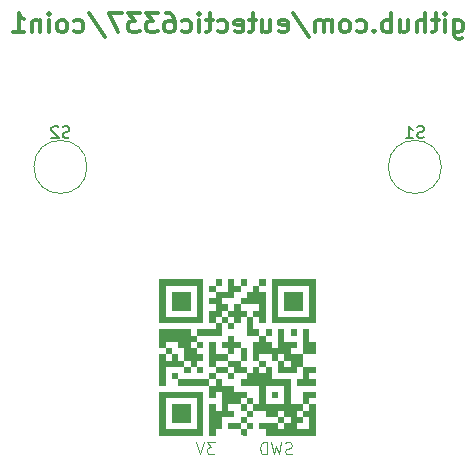
<source format=gbo>
%TF.GenerationSoftware,KiCad,Pcbnew,8.0.8*%
%TF.CreationDate,2025-02-15T12:27:40-06:00*%
%TF.ProjectId,reverse,72657665-7273-4652-9e6b-696361645f70,rev?*%
%TF.SameCoordinates,Original*%
%TF.FileFunction,Legend,Bot*%
%TF.FilePolarity,Positive*%
%FSLAX46Y46*%
G04 Gerber Fmt 4.6, Leading zero omitted, Abs format (unit mm)*
G04 Created by KiCad (PCBNEW 8.0.8) date 2025-02-15 12:27:40*
%MOMM*%
%LPD*%
G01*
G04 APERTURE LIST*
%ADD10C,0.000000*%
%ADD11C,0.100000*%
%ADD12C,0.300000*%
%ADD13C,0.150000*%
%ADD14C,0.120000*%
%ADD15C,2.000000*%
%ADD16R,1.000000X1.000000*%
%ADD17O,1.000000X1.000000*%
%ADD18C,1.600000*%
%ADD19O,1.200000X4.200000*%
G04 APERTURE END LIST*
D10*
G36*
X47604167Y-118516666D02*
G01*
X47075000Y-118516666D01*
X46545833Y-118516666D01*
X46016667Y-118516666D01*
X45487500Y-118516666D01*
X44958334Y-118516666D01*
X44958334Y-117987500D01*
X45487500Y-117987500D01*
X46016667Y-117987500D01*
X46545833Y-117987500D01*
X47075000Y-117987500D01*
X47604167Y-117987500D01*
X47604167Y-118516666D01*
G37*
G36*
X51308333Y-120104166D02*
G01*
X50779166Y-120104166D01*
X50779166Y-119575000D01*
X51308333Y-119575000D01*
X51308333Y-120104166D01*
G37*
G36*
X50779166Y-110050000D02*
G01*
X50250000Y-110050000D01*
X50250000Y-109520834D01*
X50779166Y-109520834D01*
X50779166Y-110050000D01*
G37*
G36*
X44958334Y-117987500D02*
G01*
X44429167Y-117987500D01*
X44429167Y-117458333D01*
X44958334Y-117458333D01*
X44958334Y-117987500D01*
G37*
G36*
X49720833Y-110050000D02*
G01*
X50250000Y-110050000D01*
X50250000Y-110579167D01*
X49720833Y-110579167D01*
X49720833Y-111108334D01*
X49191667Y-111108334D01*
X48662500Y-111108334D01*
X48662500Y-111637500D01*
X49191667Y-111637500D01*
X49191667Y-112166667D01*
X48662500Y-112166667D01*
X48662500Y-112695833D01*
X48133333Y-112695833D01*
X48133333Y-113225000D01*
X47604167Y-113225000D01*
X47604167Y-112695833D01*
X47604167Y-112166667D01*
X48133333Y-112166667D01*
X48133333Y-111637500D01*
X47604167Y-111637500D01*
X47604167Y-111108334D01*
X48133333Y-111108334D01*
X48133333Y-110579167D01*
X48662500Y-110579167D01*
X49191667Y-110579167D01*
X49191667Y-110050000D01*
X49191667Y-109520834D01*
X49720833Y-109520834D01*
X49720833Y-110050000D01*
G37*
G36*
X47075000Y-117458333D02*
G01*
X46545833Y-117458333D01*
X46545833Y-116929166D01*
X47075000Y-116929166D01*
X47075000Y-117458333D01*
G37*
G36*
X49720833Y-113754167D02*
G01*
X49191667Y-113754167D01*
X49191667Y-113225000D01*
X49720833Y-113225000D01*
X49720833Y-113754167D01*
G37*
G36*
X56070833Y-114283333D02*
G01*
X56070833Y-114812500D01*
X56600000Y-114812500D01*
X56600000Y-115341667D01*
X56600000Y-115870833D01*
X56070833Y-115870833D01*
X55541666Y-115870833D01*
X55541666Y-115341667D01*
X55541666Y-114812500D01*
X55541666Y-114283333D01*
X55541666Y-113754167D01*
X56070833Y-113754167D01*
X56070833Y-114283333D01*
G37*
G36*
X49191667Y-117458333D02*
G01*
X48662500Y-117458333D01*
X48133333Y-117458333D01*
X48133333Y-116929166D01*
X48662500Y-116929166D01*
X49191667Y-116929166D01*
X49191667Y-117458333D01*
G37*
G36*
X44429167Y-115870833D02*
G01*
X43900000Y-115870833D01*
X43900000Y-115341667D01*
X44429167Y-115341667D01*
X44429167Y-115870833D01*
G37*
G36*
X47075000Y-110050000D02*
G01*
X47075000Y-110579167D01*
X47075000Y-111108334D01*
X47075000Y-111637500D01*
X47075000Y-112166667D01*
X47075000Y-112695833D01*
X47075000Y-113225000D01*
X46545833Y-113225000D01*
X46016667Y-113225000D01*
X45487500Y-113225000D01*
X44958334Y-113225000D01*
X44429167Y-113225000D01*
X43900000Y-113225000D01*
X43370834Y-113225000D01*
X43370834Y-112695833D01*
X43370834Y-112166667D01*
X43370834Y-111637500D01*
X43370834Y-111108334D01*
X43900000Y-111108334D01*
X43900000Y-111637500D01*
X43900000Y-112166667D01*
X43900000Y-112695833D01*
X44429167Y-112695833D01*
X44958334Y-112695833D01*
X45487500Y-112695833D01*
X46016667Y-112695833D01*
X46545833Y-112695833D01*
X46545833Y-112166667D01*
X46545833Y-111637500D01*
X46545833Y-111108334D01*
X46545833Y-110579167D01*
X46545833Y-110050000D01*
X46016667Y-110050000D01*
X45487500Y-110050000D01*
X44958334Y-110050000D01*
X44429167Y-110050000D01*
X43900000Y-110050000D01*
X43900000Y-110579167D01*
X43900000Y-111108334D01*
X43370834Y-111108334D01*
X43370834Y-110579167D01*
X43370834Y-110050000D01*
X43370834Y-109520834D01*
X43900000Y-109520834D01*
X44429167Y-109520834D01*
X44958334Y-109520834D01*
X45487500Y-109520834D01*
X46016667Y-109520834D01*
X46545833Y-109520834D01*
X47075000Y-109520834D01*
X47075000Y-110050000D01*
G37*
G36*
X49720833Y-114812500D02*
G01*
X50250000Y-114812500D01*
X50250000Y-115341667D01*
X49720833Y-115341667D01*
X49720833Y-115870833D01*
X49191667Y-115870833D01*
X49191667Y-115341667D01*
X48662500Y-115341667D01*
X48662500Y-114812500D01*
X49191667Y-114812500D01*
X49191667Y-114283333D01*
X49720833Y-114283333D01*
X49720833Y-114812500D01*
G37*
G36*
X51837500Y-110579167D02*
G01*
X52366666Y-110579167D01*
X52366666Y-111108334D01*
X52366666Y-111637500D01*
X52366666Y-112166667D01*
X52366666Y-112695833D01*
X52366666Y-113225000D01*
X51837500Y-113225000D01*
X51837500Y-112695833D01*
X51308333Y-112695833D01*
X51308333Y-112166667D01*
X51837500Y-112166667D01*
X51837500Y-111637500D01*
X51308333Y-111637500D01*
X50779166Y-111637500D01*
X50250000Y-111637500D01*
X50250000Y-111108334D01*
X50779166Y-111108334D01*
X50779166Y-110579167D01*
X51308333Y-110579167D01*
X51308333Y-110050000D01*
X51837500Y-110050000D01*
X51837500Y-110579167D01*
G37*
G36*
X46016667Y-114283333D02*
G01*
X46545833Y-114283333D01*
X46545833Y-114812500D01*
X46016667Y-114812500D01*
X46016667Y-115341667D01*
X46545833Y-115341667D01*
X46545833Y-115870833D01*
X47075000Y-115870833D01*
X47075000Y-116400000D01*
X46545833Y-116400000D01*
X46545833Y-116929166D01*
X46016667Y-116929166D01*
X46016667Y-116400000D01*
X45487500Y-116400000D01*
X45487500Y-116929166D01*
X44958334Y-116929166D01*
X44429167Y-116929166D01*
X43900000Y-116929166D01*
X43900000Y-117458333D01*
X43900000Y-117987500D01*
X43900000Y-118516666D01*
X43370834Y-118516666D01*
X43370834Y-117987500D01*
X43370834Y-117458333D01*
X43370834Y-116929166D01*
X43370834Y-116400000D01*
X43370834Y-115870833D01*
X43900000Y-115870833D01*
X43900000Y-116400000D01*
X44429167Y-116400000D01*
X44429167Y-115870833D01*
X44958334Y-115870833D01*
X44958334Y-116400000D01*
X45487500Y-116400000D01*
X45487500Y-115870833D01*
X45487500Y-115341667D01*
X44958334Y-115341667D01*
X44958334Y-114812500D01*
X44429167Y-114812500D01*
X43900000Y-114812500D01*
X43900000Y-115341667D01*
X43370834Y-115341667D01*
X43370834Y-114812500D01*
X43370834Y-114283333D01*
X43370834Y-113754167D01*
X43900000Y-113754167D01*
X44429167Y-113754167D01*
X44958334Y-113754167D01*
X45487500Y-113754167D01*
X46016667Y-113754167D01*
X46016667Y-114283333D01*
G37*
G36*
X50779166Y-115870833D02*
G01*
X50779166Y-116400000D01*
X50250000Y-116400000D01*
X50250000Y-115870833D01*
X50250000Y-115341667D01*
X50779166Y-115341667D01*
X50779166Y-115870833D01*
G37*
G36*
X48662500Y-110050000D02*
G01*
X48133333Y-110050000D01*
X48133333Y-109520834D01*
X48662500Y-109520834D01*
X48662500Y-110050000D01*
G37*
G36*
X56600000Y-110050000D02*
G01*
X56600000Y-110579167D01*
X56600000Y-111108334D01*
X56600000Y-111637500D01*
X56600000Y-112166667D01*
X56600000Y-112695833D01*
X56600000Y-113225000D01*
X56070833Y-113225000D01*
X55541666Y-113225000D01*
X55012500Y-113225000D01*
X54483333Y-113225000D01*
X53954166Y-113225000D01*
X53425000Y-113225000D01*
X52895833Y-113225000D01*
X52895833Y-112695833D01*
X52895833Y-112166667D01*
X52895833Y-111637500D01*
X52895833Y-111108334D01*
X53425000Y-111108334D01*
X53425000Y-111637500D01*
X53425000Y-112166667D01*
X53425000Y-112695833D01*
X53954166Y-112695833D01*
X54483333Y-112695833D01*
X55012500Y-112695833D01*
X55541666Y-112695833D01*
X56070833Y-112695833D01*
X56070833Y-112166667D01*
X56070833Y-111637500D01*
X56070833Y-111108334D01*
X56070833Y-110579167D01*
X56070833Y-110050000D01*
X55541666Y-110050000D01*
X55012500Y-110050000D01*
X54483333Y-110050000D01*
X53954166Y-110050000D01*
X53425000Y-110050000D01*
X53425000Y-110579167D01*
X53425000Y-111108334D01*
X52895833Y-111108334D01*
X52895833Y-110579167D01*
X52895833Y-110050000D01*
X52895833Y-109520834D01*
X53425000Y-109520834D01*
X53954166Y-109520834D01*
X54483333Y-109520834D01*
X55012500Y-109520834D01*
X55541666Y-109520834D01*
X56070833Y-109520834D01*
X56600000Y-109520834D01*
X56600000Y-110050000D01*
G37*
G36*
X48662500Y-118516666D02*
G01*
X49191667Y-118516666D01*
X49720833Y-118516666D01*
X49720833Y-119045833D01*
X50250000Y-119045833D01*
X50779166Y-119045833D01*
X50779166Y-119575000D01*
X50250000Y-119575000D01*
X50250000Y-120104166D01*
X49720833Y-120104166D01*
X49191667Y-120104166D01*
X49191667Y-120633333D01*
X49720833Y-120633333D01*
X49720833Y-121162500D01*
X49191667Y-121162500D01*
X48662500Y-121162500D01*
X48662500Y-121691666D01*
X48662500Y-122220833D01*
X48133333Y-122220833D01*
X48133333Y-122750000D01*
X47604167Y-122750000D01*
X47604167Y-122220833D01*
X47604167Y-121691666D01*
X47604167Y-121162500D01*
X47604167Y-120633333D01*
X47604167Y-120104166D01*
X48133333Y-120104166D01*
X48133333Y-120633333D01*
X48662500Y-120633333D01*
X48662500Y-120104166D01*
X48662500Y-119575000D01*
X48662500Y-119045833D01*
X48133333Y-119045833D01*
X48133333Y-119575000D01*
X47604167Y-119575000D01*
X47604167Y-119045833D01*
X47604167Y-118516666D01*
X48133333Y-118516666D01*
X48133333Y-117987500D01*
X48662500Y-117987500D01*
X48662500Y-118516666D01*
G37*
G36*
X50250000Y-122220833D02*
G01*
X49720833Y-122220833D01*
X49191667Y-122220833D01*
X49191667Y-121691666D01*
X49720833Y-121691666D01*
X50250000Y-121691666D01*
X50250000Y-122220833D01*
G37*
G36*
X50779166Y-121691666D02*
G01*
X50250000Y-121691666D01*
X50250000Y-121162500D01*
X50779166Y-121162500D01*
X50779166Y-121691666D01*
G37*
G36*
X56600000Y-117458333D02*
G01*
X56070833Y-117458333D01*
X56070833Y-117987500D01*
X56600000Y-117987500D01*
X56600000Y-118516666D01*
X56070833Y-118516666D01*
X55541666Y-118516666D01*
X55012500Y-118516666D01*
X55012500Y-117987500D01*
X55541666Y-117987500D01*
X55541666Y-117458333D01*
X55541666Y-116929166D01*
X56070833Y-116929166D01*
X56600000Y-116929166D01*
X56600000Y-117458333D01*
G37*
G36*
X48133333Y-110579167D02*
G01*
X47604167Y-110579167D01*
X47604167Y-110050000D01*
X48133333Y-110050000D01*
X48133333Y-110579167D01*
G37*
G36*
X56600000Y-119575000D02*
G01*
X56070833Y-119575000D01*
X56070833Y-120104166D01*
X55541666Y-120104166D01*
X55541666Y-119575000D01*
X55541666Y-119045833D01*
X56070833Y-119045833D01*
X56600000Y-119045833D01*
X56600000Y-119575000D01*
G37*
G36*
X55541666Y-111108334D02*
G01*
X55541666Y-111637500D01*
X55541666Y-112166667D01*
X55012500Y-112166667D01*
X54483333Y-112166667D01*
X53954166Y-112166667D01*
X53954166Y-111637500D01*
X53954166Y-111108334D01*
X53954166Y-110579167D01*
X54483333Y-110579167D01*
X55012500Y-110579167D01*
X55541666Y-110579167D01*
X55541666Y-111108334D01*
G37*
G36*
X52366666Y-110050000D02*
G01*
X51837500Y-110050000D01*
X51837500Y-109520834D01*
X52366666Y-109520834D01*
X52366666Y-110050000D01*
G37*
G36*
X49191667Y-113225000D02*
G01*
X48662500Y-113225000D01*
X48662500Y-112695833D01*
X49191667Y-112695833D01*
X49191667Y-113225000D01*
G37*
G36*
X55012500Y-114283333D02*
G01*
X54483333Y-114283333D01*
X54483333Y-113754167D01*
X55012500Y-113754167D01*
X55012500Y-114283333D01*
G37*
G36*
X50250000Y-112166667D02*
G01*
X50779166Y-112166667D01*
X50779166Y-112695833D01*
X50250000Y-112695833D01*
X50250000Y-113225000D01*
X49720833Y-113225000D01*
X49720833Y-112695833D01*
X49191667Y-112695833D01*
X49191667Y-112166667D01*
X49720833Y-112166667D01*
X49720833Y-111637500D01*
X50250000Y-111637500D01*
X50250000Y-112166667D01*
G37*
G36*
X46016667Y-120633333D02*
G01*
X46016667Y-121162500D01*
X46016667Y-121691666D01*
X45487500Y-121691666D01*
X44958334Y-121691666D01*
X44429167Y-121691666D01*
X44429167Y-121162500D01*
X44429167Y-120633333D01*
X44429167Y-120104166D01*
X44958334Y-120104166D01*
X45487500Y-120104166D01*
X46016667Y-120104166D01*
X46016667Y-120633333D01*
G37*
G36*
X47075000Y-119575000D02*
G01*
X47075000Y-120104166D01*
X47075000Y-120633333D01*
X47075000Y-121162500D01*
X47075000Y-121691666D01*
X47075000Y-122220833D01*
X47075000Y-122750000D01*
X46545833Y-122750000D01*
X46016667Y-122750000D01*
X45487500Y-122750000D01*
X44958334Y-122750000D01*
X44429167Y-122750000D01*
X43900000Y-122750000D01*
X43370834Y-122750000D01*
X43370834Y-122220833D01*
X43370834Y-121691666D01*
X43370834Y-121162500D01*
X43370834Y-120633333D01*
X43900000Y-120633333D01*
X43900000Y-121162500D01*
X43900000Y-121691666D01*
X43900000Y-122220833D01*
X44429167Y-122220833D01*
X44958334Y-122220833D01*
X45487500Y-122220833D01*
X46016667Y-122220833D01*
X46545833Y-122220833D01*
X46545833Y-121691666D01*
X46545833Y-121162500D01*
X46545833Y-120633333D01*
X46545833Y-120104166D01*
X46545833Y-119575000D01*
X46016667Y-119575000D01*
X45487500Y-119575000D01*
X44958334Y-119575000D01*
X44429167Y-119575000D01*
X43900000Y-119575000D01*
X43900000Y-120104166D01*
X43900000Y-120633333D01*
X43370834Y-120633333D01*
X43370834Y-120104166D01*
X43370834Y-119575000D01*
X43370834Y-119045833D01*
X43900000Y-119045833D01*
X44429167Y-119045833D01*
X44958334Y-119045833D01*
X45487500Y-119045833D01*
X46016667Y-119045833D01*
X46545833Y-119045833D01*
X47075000Y-119045833D01*
X47075000Y-119575000D01*
G37*
G36*
X50779166Y-120633333D02*
G01*
X50250000Y-120633333D01*
X50250000Y-120104166D01*
X50779166Y-120104166D01*
X50779166Y-120633333D01*
G37*
G36*
X51308333Y-122220833D02*
G01*
X50779166Y-122220833D01*
X50779166Y-121691666D01*
X51308333Y-121691666D01*
X51308333Y-122220833D01*
G37*
G36*
X53425000Y-119575000D02*
G01*
X52895833Y-119575000D01*
X52895833Y-119045833D01*
X53425000Y-119045833D01*
X53425000Y-119575000D01*
G37*
G36*
X46016667Y-117458333D02*
G01*
X45487500Y-117458333D01*
X45487500Y-116929166D01*
X46016667Y-116929166D01*
X46016667Y-117458333D01*
G37*
G36*
X51837500Y-117458333D02*
G01*
X52366666Y-117458333D01*
X52366666Y-116929166D01*
X52895833Y-116929166D01*
X52895833Y-117458333D01*
X52895833Y-117987500D01*
X53425000Y-117987500D01*
X53954166Y-117987500D01*
X54483333Y-117987500D01*
X54483333Y-118516666D01*
X54483333Y-119045833D01*
X54483333Y-119575000D01*
X54483333Y-120104166D01*
X55012500Y-120104166D01*
X55541666Y-120104166D01*
X55541666Y-120633333D01*
X56070833Y-120633333D01*
X56070833Y-120104166D01*
X56600000Y-120104166D01*
X56600000Y-120633333D01*
X56600000Y-121162500D01*
X56600000Y-121691666D01*
X56600000Y-122220833D01*
X56600000Y-122750000D01*
X56070833Y-122750000D01*
X55541666Y-122750000D01*
X55012500Y-122750000D01*
X54483333Y-122750000D01*
X53954166Y-122750000D01*
X53425000Y-122750000D01*
X52895833Y-122750000D01*
X52366666Y-122750000D01*
X52366666Y-122220833D01*
X51837500Y-122220833D01*
X51837500Y-121691666D01*
X52366666Y-121691666D01*
X52895833Y-121691666D01*
X53425000Y-121691666D01*
X53425000Y-122220833D01*
X53954166Y-122220833D01*
X55012500Y-122220833D01*
X55541666Y-122220833D01*
X56070833Y-122220833D01*
X56070833Y-121691666D01*
X56070833Y-121162500D01*
X55541666Y-121162500D01*
X55541666Y-121691666D01*
X55012500Y-121691666D01*
X55012500Y-122220833D01*
X53954166Y-122220833D01*
X53954166Y-121691666D01*
X54483333Y-121691666D01*
X54483333Y-121162500D01*
X53954166Y-121162500D01*
X53954166Y-120633333D01*
X55012500Y-120633333D01*
X55012500Y-121162500D01*
X55541666Y-121162500D01*
X55541666Y-120633333D01*
X55012500Y-120633333D01*
X53954166Y-120633333D01*
X53425000Y-120633333D01*
X53425000Y-121162500D01*
X52895833Y-121162500D01*
X52366666Y-121162500D01*
X52366666Y-120633333D01*
X51837500Y-120633333D01*
X51308333Y-120633333D01*
X51308333Y-120104166D01*
X51837500Y-120104166D01*
X51837500Y-119575000D01*
X52366666Y-119575000D01*
X52366666Y-120104166D01*
X52895833Y-120104166D01*
X53425000Y-120104166D01*
X53954166Y-120104166D01*
X53954166Y-119575000D01*
X53954166Y-119045833D01*
X53954166Y-118516666D01*
X53425000Y-118516666D01*
X52895833Y-118516666D01*
X52366666Y-118516666D01*
X52366666Y-119045833D01*
X52366666Y-119575000D01*
X51837500Y-119575000D01*
X51837500Y-119045833D01*
X51837500Y-118516666D01*
X51308333Y-118516666D01*
X50779166Y-118516666D01*
X50250000Y-118516666D01*
X50250000Y-117987500D01*
X50779166Y-117987500D01*
X50779166Y-117458333D01*
X51308333Y-117458333D01*
X51308333Y-116929166D01*
X51837500Y-116929166D01*
X51837500Y-117458333D01*
G37*
G36*
X48133333Y-117987500D02*
G01*
X47604167Y-117987500D01*
X47604167Y-117458333D01*
X48133333Y-117458333D01*
X48133333Y-117987500D01*
G37*
G36*
X48662500Y-113754167D02*
G01*
X48662500Y-114283333D01*
X48133333Y-114283333D01*
X47604167Y-114283333D01*
X47075000Y-114283333D01*
X46545833Y-114283333D01*
X46545833Y-113754167D01*
X47075000Y-113754167D01*
X47604167Y-113754167D01*
X48133333Y-113754167D01*
X48133333Y-113225000D01*
X48662500Y-113225000D01*
X48662500Y-113754167D01*
G37*
G36*
X51308333Y-113225000D02*
G01*
X51308333Y-113754167D01*
X51837500Y-113754167D01*
X51837500Y-114283333D01*
X51308333Y-114283333D01*
X50779166Y-114283333D01*
X50779166Y-113754167D01*
X50779166Y-113225000D01*
X50779166Y-112695833D01*
X51308333Y-112695833D01*
X51308333Y-113225000D01*
G37*
G36*
X50779166Y-122750000D02*
G01*
X50250000Y-122750000D01*
X50250000Y-122220833D01*
X50779166Y-122220833D01*
X50779166Y-122750000D01*
G37*
G36*
X52895833Y-114283333D02*
G01*
X52366666Y-114283333D01*
X52366666Y-113754167D01*
X52895833Y-113754167D01*
X52895833Y-114283333D01*
G37*
G36*
X48133333Y-115341667D02*
G01*
X48133333Y-115870833D01*
X48662500Y-115870833D01*
X49191667Y-115870833D01*
X49191667Y-116400000D01*
X48662500Y-116400000D01*
X48133333Y-116400000D01*
X48133333Y-116929166D01*
X47604167Y-116929166D01*
X47604167Y-116400000D01*
X47604167Y-115870833D01*
X47604167Y-115341667D01*
X47604167Y-114812500D01*
X48133333Y-114812500D01*
X48133333Y-115341667D01*
G37*
G36*
X50250000Y-116929166D02*
G01*
X50779166Y-116929166D01*
X50779166Y-117458333D01*
X50250000Y-117458333D01*
X49720833Y-117458333D01*
X49720833Y-116929166D01*
X49191667Y-116929166D01*
X49191667Y-116400000D01*
X49720833Y-116400000D01*
X50250000Y-116400000D01*
X50250000Y-116929166D01*
G37*
G36*
X47075000Y-115341667D02*
G01*
X46545833Y-115341667D01*
X46545833Y-114812500D01*
X47075000Y-114812500D01*
X47075000Y-115341667D01*
G37*
G36*
X52366666Y-116929166D02*
G01*
X51837500Y-116929166D01*
X51837500Y-116400000D01*
X52366666Y-116400000D01*
X52366666Y-116929166D01*
G37*
G36*
X49720833Y-117987500D02*
G01*
X49191667Y-117987500D01*
X49191667Y-117458333D01*
X49720833Y-117458333D01*
X49720833Y-117987500D01*
G37*
G36*
X53954166Y-121691666D02*
G01*
X53425000Y-121691666D01*
X53425000Y-121162500D01*
X53954166Y-121162500D01*
X53954166Y-121691666D01*
G37*
G36*
X53954166Y-114283333D02*
G01*
X53954166Y-114812500D01*
X54483333Y-114812500D01*
X55012500Y-114812500D01*
X55012500Y-115341667D01*
X54483333Y-115341667D01*
X54483333Y-115870833D01*
X55012500Y-115870833D01*
X55541666Y-115870833D01*
X55541666Y-116400000D01*
X55541666Y-116929166D01*
X55012500Y-116929166D01*
X55012500Y-117458333D01*
X54483333Y-117458333D01*
X53954166Y-117458333D01*
X53425000Y-117458333D01*
X53425000Y-116929166D01*
X53425000Y-116400000D01*
X53954166Y-116400000D01*
X53954166Y-116929166D01*
X54483333Y-116929166D01*
X54483333Y-116400000D01*
X53954166Y-116400000D01*
X53954166Y-115870833D01*
X53425000Y-115870833D01*
X53425000Y-116400000D01*
X52895833Y-116400000D01*
X52895833Y-115870833D01*
X52366666Y-115870833D01*
X51837500Y-115870833D01*
X51837500Y-116400000D01*
X51308333Y-116400000D01*
X51308333Y-115870833D01*
X51308333Y-115341667D01*
X51308333Y-114812500D01*
X51837500Y-114812500D01*
X51837500Y-114283333D01*
X52366666Y-114283333D01*
X52366666Y-114812500D01*
X52895833Y-114812500D01*
X52895833Y-115341667D01*
X53425000Y-115341667D01*
X53425000Y-114812500D01*
X53425000Y-114283333D01*
X53425000Y-113754167D01*
X53954166Y-113754167D01*
X53954166Y-114283333D01*
G37*
G36*
X46016667Y-111108334D02*
G01*
X46016667Y-111637500D01*
X46016667Y-112166667D01*
X45487500Y-112166667D01*
X44958334Y-112166667D01*
X44429167Y-112166667D01*
X44429167Y-111637500D01*
X44429167Y-111108334D01*
X44429167Y-110579167D01*
X44958334Y-110579167D01*
X45487500Y-110579167D01*
X46016667Y-110579167D01*
X46016667Y-111108334D01*
G37*
G36*
X51308333Y-121162500D02*
G01*
X50779166Y-121162500D01*
X50779166Y-120633333D01*
X51308333Y-120633333D01*
X51308333Y-121162500D01*
G37*
D11*
X48051353Y-123332419D02*
X47432306Y-123332419D01*
X47432306Y-123332419D02*
X47765639Y-123713371D01*
X47765639Y-123713371D02*
X47622782Y-123713371D01*
X47622782Y-123713371D02*
X47527544Y-123760990D01*
X47527544Y-123760990D02*
X47479925Y-123808609D01*
X47479925Y-123808609D02*
X47432306Y-123903847D01*
X47432306Y-123903847D02*
X47432306Y-124141942D01*
X47432306Y-124141942D02*
X47479925Y-124237180D01*
X47479925Y-124237180D02*
X47527544Y-124284800D01*
X47527544Y-124284800D02*
X47622782Y-124332419D01*
X47622782Y-124332419D02*
X47908496Y-124332419D01*
X47908496Y-124332419D02*
X48003734Y-124284800D01*
X48003734Y-124284800D02*
X48051353Y-124237180D01*
X47146591Y-123332419D02*
X46813258Y-124332419D01*
X46813258Y-124332419D02*
X46479925Y-123332419D01*
D12*
X68323716Y-87541923D02*
X68323716Y-88837161D01*
X68323716Y-88837161D02*
X68399906Y-88989542D01*
X68399906Y-88989542D02*
X68476097Y-89065733D01*
X68476097Y-89065733D02*
X68628478Y-89141923D01*
X68628478Y-89141923D02*
X68857049Y-89141923D01*
X68857049Y-89141923D02*
X69009430Y-89065733D01*
X68323716Y-88532400D02*
X68476097Y-88608590D01*
X68476097Y-88608590D02*
X68780859Y-88608590D01*
X68780859Y-88608590D02*
X68933240Y-88532400D01*
X68933240Y-88532400D02*
X69009430Y-88456209D01*
X69009430Y-88456209D02*
X69085621Y-88303828D01*
X69085621Y-88303828D02*
X69085621Y-87846685D01*
X69085621Y-87846685D02*
X69009430Y-87694304D01*
X69009430Y-87694304D02*
X68933240Y-87618114D01*
X68933240Y-87618114D02*
X68780859Y-87541923D01*
X68780859Y-87541923D02*
X68476097Y-87541923D01*
X68476097Y-87541923D02*
X68323716Y-87618114D01*
X67561811Y-88608590D02*
X67561811Y-87541923D01*
X67561811Y-87008590D02*
X67638002Y-87084780D01*
X67638002Y-87084780D02*
X67561811Y-87160971D01*
X67561811Y-87160971D02*
X67485621Y-87084780D01*
X67485621Y-87084780D02*
X67561811Y-87008590D01*
X67561811Y-87008590D02*
X67561811Y-87160971D01*
X67028478Y-87541923D02*
X66418954Y-87541923D01*
X66799906Y-87008590D02*
X66799906Y-88380019D01*
X66799906Y-88380019D02*
X66723716Y-88532400D01*
X66723716Y-88532400D02*
X66571335Y-88608590D01*
X66571335Y-88608590D02*
X66418954Y-88608590D01*
X65885620Y-88608590D02*
X65885620Y-87008590D01*
X65199906Y-88608590D02*
X65199906Y-87770495D01*
X65199906Y-87770495D02*
X65276096Y-87618114D01*
X65276096Y-87618114D02*
X65428477Y-87541923D01*
X65428477Y-87541923D02*
X65657049Y-87541923D01*
X65657049Y-87541923D02*
X65809430Y-87618114D01*
X65809430Y-87618114D02*
X65885620Y-87694304D01*
X63752287Y-87541923D02*
X63752287Y-88608590D01*
X64438001Y-87541923D02*
X64438001Y-88380019D01*
X64438001Y-88380019D02*
X64361811Y-88532400D01*
X64361811Y-88532400D02*
X64209430Y-88608590D01*
X64209430Y-88608590D02*
X63980858Y-88608590D01*
X63980858Y-88608590D02*
X63828477Y-88532400D01*
X63828477Y-88532400D02*
X63752287Y-88456209D01*
X62990382Y-88608590D02*
X62990382Y-87008590D01*
X62990382Y-87618114D02*
X62838001Y-87541923D01*
X62838001Y-87541923D02*
X62533239Y-87541923D01*
X62533239Y-87541923D02*
X62380858Y-87618114D01*
X62380858Y-87618114D02*
X62304668Y-87694304D01*
X62304668Y-87694304D02*
X62228477Y-87846685D01*
X62228477Y-87846685D02*
X62228477Y-88303828D01*
X62228477Y-88303828D02*
X62304668Y-88456209D01*
X62304668Y-88456209D02*
X62380858Y-88532400D01*
X62380858Y-88532400D02*
X62533239Y-88608590D01*
X62533239Y-88608590D02*
X62838001Y-88608590D01*
X62838001Y-88608590D02*
X62990382Y-88532400D01*
X61542763Y-88456209D02*
X61466573Y-88532400D01*
X61466573Y-88532400D02*
X61542763Y-88608590D01*
X61542763Y-88608590D02*
X61618954Y-88532400D01*
X61618954Y-88532400D02*
X61542763Y-88456209D01*
X61542763Y-88456209D02*
X61542763Y-88608590D01*
X60095144Y-88532400D02*
X60247525Y-88608590D01*
X60247525Y-88608590D02*
X60552287Y-88608590D01*
X60552287Y-88608590D02*
X60704668Y-88532400D01*
X60704668Y-88532400D02*
X60780858Y-88456209D01*
X60780858Y-88456209D02*
X60857049Y-88303828D01*
X60857049Y-88303828D02*
X60857049Y-87846685D01*
X60857049Y-87846685D02*
X60780858Y-87694304D01*
X60780858Y-87694304D02*
X60704668Y-87618114D01*
X60704668Y-87618114D02*
X60552287Y-87541923D01*
X60552287Y-87541923D02*
X60247525Y-87541923D01*
X60247525Y-87541923D02*
X60095144Y-87618114D01*
X59180858Y-88608590D02*
X59333239Y-88532400D01*
X59333239Y-88532400D02*
X59409429Y-88456209D01*
X59409429Y-88456209D02*
X59485620Y-88303828D01*
X59485620Y-88303828D02*
X59485620Y-87846685D01*
X59485620Y-87846685D02*
X59409429Y-87694304D01*
X59409429Y-87694304D02*
X59333239Y-87618114D01*
X59333239Y-87618114D02*
X59180858Y-87541923D01*
X59180858Y-87541923D02*
X58952286Y-87541923D01*
X58952286Y-87541923D02*
X58799905Y-87618114D01*
X58799905Y-87618114D02*
X58723715Y-87694304D01*
X58723715Y-87694304D02*
X58647524Y-87846685D01*
X58647524Y-87846685D02*
X58647524Y-88303828D01*
X58647524Y-88303828D02*
X58723715Y-88456209D01*
X58723715Y-88456209D02*
X58799905Y-88532400D01*
X58799905Y-88532400D02*
X58952286Y-88608590D01*
X58952286Y-88608590D02*
X59180858Y-88608590D01*
X57961810Y-88608590D02*
X57961810Y-87541923D01*
X57961810Y-87694304D02*
X57885620Y-87618114D01*
X57885620Y-87618114D02*
X57733239Y-87541923D01*
X57733239Y-87541923D02*
X57504667Y-87541923D01*
X57504667Y-87541923D02*
X57352286Y-87618114D01*
X57352286Y-87618114D02*
X57276096Y-87770495D01*
X57276096Y-87770495D02*
X57276096Y-88608590D01*
X57276096Y-87770495D02*
X57199905Y-87618114D01*
X57199905Y-87618114D02*
X57047524Y-87541923D01*
X57047524Y-87541923D02*
X56818953Y-87541923D01*
X56818953Y-87541923D02*
X56666572Y-87618114D01*
X56666572Y-87618114D02*
X56590382Y-87770495D01*
X56590382Y-87770495D02*
X56590382Y-88608590D01*
X54685620Y-86932400D02*
X56057049Y-88989542D01*
X53542763Y-88532400D02*
X53695144Y-88608590D01*
X53695144Y-88608590D02*
X53999906Y-88608590D01*
X53999906Y-88608590D02*
X54152287Y-88532400D01*
X54152287Y-88532400D02*
X54228478Y-88380019D01*
X54228478Y-88380019D02*
X54228478Y-87770495D01*
X54228478Y-87770495D02*
X54152287Y-87618114D01*
X54152287Y-87618114D02*
X53999906Y-87541923D01*
X53999906Y-87541923D02*
X53695144Y-87541923D01*
X53695144Y-87541923D02*
X53542763Y-87618114D01*
X53542763Y-87618114D02*
X53466573Y-87770495D01*
X53466573Y-87770495D02*
X53466573Y-87922876D01*
X53466573Y-87922876D02*
X54228478Y-88075257D01*
X52095144Y-87541923D02*
X52095144Y-88608590D01*
X52780858Y-87541923D02*
X52780858Y-88380019D01*
X52780858Y-88380019D02*
X52704668Y-88532400D01*
X52704668Y-88532400D02*
X52552287Y-88608590D01*
X52552287Y-88608590D02*
X52323715Y-88608590D01*
X52323715Y-88608590D02*
X52171334Y-88532400D01*
X52171334Y-88532400D02*
X52095144Y-88456209D01*
X51561811Y-87541923D02*
X50952287Y-87541923D01*
X51333239Y-87008590D02*
X51333239Y-88380019D01*
X51333239Y-88380019D02*
X51257049Y-88532400D01*
X51257049Y-88532400D02*
X51104668Y-88608590D01*
X51104668Y-88608590D02*
X50952287Y-88608590D01*
X49809429Y-88532400D02*
X49961810Y-88608590D01*
X49961810Y-88608590D02*
X50266572Y-88608590D01*
X50266572Y-88608590D02*
X50418953Y-88532400D01*
X50418953Y-88532400D02*
X50495144Y-88380019D01*
X50495144Y-88380019D02*
X50495144Y-87770495D01*
X50495144Y-87770495D02*
X50418953Y-87618114D01*
X50418953Y-87618114D02*
X50266572Y-87541923D01*
X50266572Y-87541923D02*
X49961810Y-87541923D01*
X49961810Y-87541923D02*
X49809429Y-87618114D01*
X49809429Y-87618114D02*
X49733239Y-87770495D01*
X49733239Y-87770495D02*
X49733239Y-87922876D01*
X49733239Y-87922876D02*
X50495144Y-88075257D01*
X48361810Y-88532400D02*
X48514191Y-88608590D01*
X48514191Y-88608590D02*
X48818953Y-88608590D01*
X48818953Y-88608590D02*
X48971334Y-88532400D01*
X48971334Y-88532400D02*
X49047524Y-88456209D01*
X49047524Y-88456209D02*
X49123715Y-88303828D01*
X49123715Y-88303828D02*
X49123715Y-87846685D01*
X49123715Y-87846685D02*
X49047524Y-87694304D01*
X49047524Y-87694304D02*
X48971334Y-87618114D01*
X48971334Y-87618114D02*
X48818953Y-87541923D01*
X48818953Y-87541923D02*
X48514191Y-87541923D01*
X48514191Y-87541923D02*
X48361810Y-87618114D01*
X47904667Y-87541923D02*
X47295143Y-87541923D01*
X47676095Y-87008590D02*
X47676095Y-88380019D01*
X47676095Y-88380019D02*
X47599905Y-88532400D01*
X47599905Y-88532400D02*
X47447524Y-88608590D01*
X47447524Y-88608590D02*
X47295143Y-88608590D01*
X46761809Y-88608590D02*
X46761809Y-87541923D01*
X46761809Y-87008590D02*
X46838000Y-87084780D01*
X46838000Y-87084780D02*
X46761809Y-87160971D01*
X46761809Y-87160971D02*
X46685619Y-87084780D01*
X46685619Y-87084780D02*
X46761809Y-87008590D01*
X46761809Y-87008590D02*
X46761809Y-87160971D01*
X45314190Y-88532400D02*
X45466571Y-88608590D01*
X45466571Y-88608590D02*
X45771333Y-88608590D01*
X45771333Y-88608590D02*
X45923714Y-88532400D01*
X45923714Y-88532400D02*
X45999904Y-88456209D01*
X45999904Y-88456209D02*
X46076095Y-88303828D01*
X46076095Y-88303828D02*
X46076095Y-87846685D01*
X46076095Y-87846685D02*
X45999904Y-87694304D01*
X45999904Y-87694304D02*
X45923714Y-87618114D01*
X45923714Y-87618114D02*
X45771333Y-87541923D01*
X45771333Y-87541923D02*
X45466571Y-87541923D01*
X45466571Y-87541923D02*
X45314190Y-87618114D01*
X43942761Y-87008590D02*
X44247523Y-87008590D01*
X44247523Y-87008590D02*
X44399904Y-87084780D01*
X44399904Y-87084780D02*
X44476094Y-87160971D01*
X44476094Y-87160971D02*
X44628475Y-87389542D01*
X44628475Y-87389542D02*
X44704666Y-87694304D01*
X44704666Y-87694304D02*
X44704666Y-88303828D01*
X44704666Y-88303828D02*
X44628475Y-88456209D01*
X44628475Y-88456209D02*
X44552285Y-88532400D01*
X44552285Y-88532400D02*
X44399904Y-88608590D01*
X44399904Y-88608590D02*
X44095142Y-88608590D01*
X44095142Y-88608590D02*
X43942761Y-88532400D01*
X43942761Y-88532400D02*
X43866570Y-88456209D01*
X43866570Y-88456209D02*
X43790380Y-88303828D01*
X43790380Y-88303828D02*
X43790380Y-87922876D01*
X43790380Y-87922876D02*
X43866570Y-87770495D01*
X43866570Y-87770495D02*
X43942761Y-87694304D01*
X43942761Y-87694304D02*
X44095142Y-87618114D01*
X44095142Y-87618114D02*
X44399904Y-87618114D01*
X44399904Y-87618114D02*
X44552285Y-87694304D01*
X44552285Y-87694304D02*
X44628475Y-87770495D01*
X44628475Y-87770495D02*
X44704666Y-87922876D01*
X43257046Y-87008590D02*
X42266570Y-87008590D01*
X42266570Y-87008590D02*
X42799903Y-87618114D01*
X42799903Y-87618114D02*
X42571332Y-87618114D01*
X42571332Y-87618114D02*
X42418951Y-87694304D01*
X42418951Y-87694304D02*
X42342760Y-87770495D01*
X42342760Y-87770495D02*
X42266570Y-87922876D01*
X42266570Y-87922876D02*
X42266570Y-88303828D01*
X42266570Y-88303828D02*
X42342760Y-88456209D01*
X42342760Y-88456209D02*
X42418951Y-88532400D01*
X42418951Y-88532400D02*
X42571332Y-88608590D01*
X42571332Y-88608590D02*
X43028475Y-88608590D01*
X43028475Y-88608590D02*
X43180856Y-88532400D01*
X43180856Y-88532400D02*
X43257046Y-88456209D01*
X41733236Y-87008590D02*
X40742760Y-87008590D01*
X40742760Y-87008590D02*
X41276093Y-87618114D01*
X41276093Y-87618114D02*
X41047522Y-87618114D01*
X41047522Y-87618114D02*
X40895141Y-87694304D01*
X40895141Y-87694304D02*
X40818950Y-87770495D01*
X40818950Y-87770495D02*
X40742760Y-87922876D01*
X40742760Y-87922876D02*
X40742760Y-88303828D01*
X40742760Y-88303828D02*
X40818950Y-88456209D01*
X40818950Y-88456209D02*
X40895141Y-88532400D01*
X40895141Y-88532400D02*
X41047522Y-88608590D01*
X41047522Y-88608590D02*
X41504665Y-88608590D01*
X41504665Y-88608590D02*
X41657046Y-88532400D01*
X41657046Y-88532400D02*
X41733236Y-88456209D01*
X40209426Y-87008590D02*
X39142759Y-87008590D01*
X39142759Y-87008590D02*
X39828474Y-88608590D01*
X37390378Y-86932400D02*
X38761807Y-88989542D01*
X36171331Y-88532400D02*
X36323712Y-88608590D01*
X36323712Y-88608590D02*
X36628474Y-88608590D01*
X36628474Y-88608590D02*
X36780855Y-88532400D01*
X36780855Y-88532400D02*
X36857045Y-88456209D01*
X36857045Y-88456209D02*
X36933236Y-88303828D01*
X36933236Y-88303828D02*
X36933236Y-87846685D01*
X36933236Y-87846685D02*
X36857045Y-87694304D01*
X36857045Y-87694304D02*
X36780855Y-87618114D01*
X36780855Y-87618114D02*
X36628474Y-87541923D01*
X36628474Y-87541923D02*
X36323712Y-87541923D01*
X36323712Y-87541923D02*
X36171331Y-87618114D01*
X35257045Y-88608590D02*
X35409426Y-88532400D01*
X35409426Y-88532400D02*
X35485616Y-88456209D01*
X35485616Y-88456209D02*
X35561807Y-88303828D01*
X35561807Y-88303828D02*
X35561807Y-87846685D01*
X35561807Y-87846685D02*
X35485616Y-87694304D01*
X35485616Y-87694304D02*
X35409426Y-87618114D01*
X35409426Y-87618114D02*
X35257045Y-87541923D01*
X35257045Y-87541923D02*
X35028473Y-87541923D01*
X35028473Y-87541923D02*
X34876092Y-87618114D01*
X34876092Y-87618114D02*
X34799902Y-87694304D01*
X34799902Y-87694304D02*
X34723711Y-87846685D01*
X34723711Y-87846685D02*
X34723711Y-88303828D01*
X34723711Y-88303828D02*
X34799902Y-88456209D01*
X34799902Y-88456209D02*
X34876092Y-88532400D01*
X34876092Y-88532400D02*
X35028473Y-88608590D01*
X35028473Y-88608590D02*
X35257045Y-88608590D01*
X34037997Y-88608590D02*
X34037997Y-87541923D01*
X34037997Y-87008590D02*
X34114188Y-87084780D01*
X34114188Y-87084780D02*
X34037997Y-87160971D01*
X34037997Y-87160971D02*
X33961807Y-87084780D01*
X33961807Y-87084780D02*
X34037997Y-87008590D01*
X34037997Y-87008590D02*
X34037997Y-87160971D01*
X33276092Y-87541923D02*
X33276092Y-88608590D01*
X33276092Y-87694304D02*
X33199902Y-87618114D01*
X33199902Y-87618114D02*
X33047521Y-87541923D01*
X33047521Y-87541923D02*
X32818949Y-87541923D01*
X32818949Y-87541923D02*
X32666568Y-87618114D01*
X32666568Y-87618114D02*
X32590378Y-87770495D01*
X32590378Y-87770495D02*
X32590378Y-88608590D01*
X30990378Y-88608590D02*
X31904664Y-88608590D01*
X31447521Y-88608590D02*
X31447521Y-87008590D01*
X31447521Y-87008590D02*
X31599902Y-87237161D01*
X31599902Y-87237161D02*
X31752283Y-87389542D01*
X31752283Y-87389542D02*
X31904664Y-87465733D01*
D11*
X54607734Y-124284800D02*
X54464877Y-124332419D01*
X54464877Y-124332419D02*
X54226782Y-124332419D01*
X54226782Y-124332419D02*
X54131544Y-124284800D01*
X54131544Y-124284800D02*
X54083925Y-124237180D01*
X54083925Y-124237180D02*
X54036306Y-124141942D01*
X54036306Y-124141942D02*
X54036306Y-124046704D01*
X54036306Y-124046704D02*
X54083925Y-123951466D01*
X54083925Y-123951466D02*
X54131544Y-123903847D01*
X54131544Y-123903847D02*
X54226782Y-123856228D01*
X54226782Y-123856228D02*
X54417258Y-123808609D01*
X54417258Y-123808609D02*
X54512496Y-123760990D01*
X54512496Y-123760990D02*
X54560115Y-123713371D01*
X54560115Y-123713371D02*
X54607734Y-123618133D01*
X54607734Y-123618133D02*
X54607734Y-123522895D01*
X54607734Y-123522895D02*
X54560115Y-123427657D01*
X54560115Y-123427657D02*
X54512496Y-123380038D01*
X54512496Y-123380038D02*
X54417258Y-123332419D01*
X54417258Y-123332419D02*
X54179163Y-123332419D01*
X54179163Y-123332419D02*
X54036306Y-123380038D01*
X53702972Y-123332419D02*
X53464877Y-124332419D01*
X53464877Y-124332419D02*
X53274401Y-123618133D01*
X53274401Y-123618133D02*
X53083925Y-124332419D01*
X53083925Y-124332419D02*
X52845830Y-123332419D01*
X52464877Y-124332419D02*
X52464877Y-123332419D01*
X52464877Y-123332419D02*
X52226782Y-123332419D01*
X52226782Y-123332419D02*
X52083925Y-123380038D01*
X52083925Y-123380038D02*
X51988687Y-123475276D01*
X51988687Y-123475276D02*
X51941068Y-123570514D01*
X51941068Y-123570514D02*
X51893449Y-123760990D01*
X51893449Y-123760990D02*
X51893449Y-123903847D01*
X51893449Y-123903847D02*
X51941068Y-124094323D01*
X51941068Y-124094323D02*
X51988687Y-124189561D01*
X51988687Y-124189561D02*
X52083925Y-124284800D01*
X52083925Y-124284800D02*
X52226782Y-124332419D01*
X52226782Y-124332419D02*
X52464877Y-124332419D01*
D13*
X65761904Y-97509200D02*
X65619047Y-97556819D01*
X65619047Y-97556819D02*
X65380952Y-97556819D01*
X65380952Y-97556819D02*
X65285714Y-97509200D01*
X65285714Y-97509200D02*
X65238095Y-97461580D01*
X65238095Y-97461580D02*
X65190476Y-97366342D01*
X65190476Y-97366342D02*
X65190476Y-97271104D01*
X65190476Y-97271104D02*
X65238095Y-97175866D01*
X65238095Y-97175866D02*
X65285714Y-97128247D01*
X65285714Y-97128247D02*
X65380952Y-97080628D01*
X65380952Y-97080628D02*
X65571428Y-97033009D01*
X65571428Y-97033009D02*
X65666666Y-96985390D01*
X65666666Y-96985390D02*
X65714285Y-96937771D01*
X65714285Y-96937771D02*
X65761904Y-96842533D01*
X65761904Y-96842533D02*
X65761904Y-96747295D01*
X65761904Y-96747295D02*
X65714285Y-96652057D01*
X65714285Y-96652057D02*
X65666666Y-96604438D01*
X65666666Y-96604438D02*
X65571428Y-96556819D01*
X65571428Y-96556819D02*
X65333333Y-96556819D01*
X65333333Y-96556819D02*
X65190476Y-96604438D01*
X64238095Y-97556819D02*
X64809523Y-97556819D01*
X64523809Y-97556819D02*
X64523809Y-96556819D01*
X64523809Y-96556819D02*
X64619047Y-96699676D01*
X64619047Y-96699676D02*
X64714285Y-96794914D01*
X64714285Y-96794914D02*
X64809523Y-96842533D01*
X35761904Y-97509200D02*
X35619047Y-97556819D01*
X35619047Y-97556819D02*
X35380952Y-97556819D01*
X35380952Y-97556819D02*
X35285714Y-97509200D01*
X35285714Y-97509200D02*
X35238095Y-97461580D01*
X35238095Y-97461580D02*
X35190476Y-97366342D01*
X35190476Y-97366342D02*
X35190476Y-97271104D01*
X35190476Y-97271104D02*
X35238095Y-97175866D01*
X35238095Y-97175866D02*
X35285714Y-97128247D01*
X35285714Y-97128247D02*
X35380952Y-97080628D01*
X35380952Y-97080628D02*
X35571428Y-97033009D01*
X35571428Y-97033009D02*
X35666666Y-96985390D01*
X35666666Y-96985390D02*
X35714285Y-96937771D01*
X35714285Y-96937771D02*
X35761904Y-96842533D01*
X35761904Y-96842533D02*
X35761904Y-96747295D01*
X35761904Y-96747295D02*
X35714285Y-96652057D01*
X35714285Y-96652057D02*
X35666666Y-96604438D01*
X35666666Y-96604438D02*
X35571428Y-96556819D01*
X35571428Y-96556819D02*
X35333333Y-96556819D01*
X35333333Y-96556819D02*
X35190476Y-96604438D01*
X34809523Y-96652057D02*
X34761904Y-96604438D01*
X34761904Y-96604438D02*
X34666666Y-96556819D01*
X34666666Y-96556819D02*
X34428571Y-96556819D01*
X34428571Y-96556819D02*
X34333333Y-96604438D01*
X34333333Y-96604438D02*
X34285714Y-96652057D01*
X34285714Y-96652057D02*
X34238095Y-96747295D01*
X34238095Y-96747295D02*
X34238095Y-96842533D01*
X34238095Y-96842533D02*
X34285714Y-96985390D01*
X34285714Y-96985390D02*
X34857142Y-97556819D01*
X34857142Y-97556819D02*
X34238095Y-97556819D01*
D14*
%TO.C,S1*%
X67250000Y-100000000D02*
G75*
G02*
X62750000Y-100000000I-2250000J0D01*
G01*
X62750000Y-100000000D02*
G75*
G02*
X67250000Y-100000000I2250000J0D01*
G01*
%TO.C,S2*%
X37250000Y-100000000D02*
G75*
G02*
X32750000Y-100000000I-2250000J0D01*
G01*
X32750000Y-100000000D02*
G75*
G02*
X37250000Y-100000000I2250000J0D01*
G01*
%TD*%
%LPC*%
D15*
%TO.C,stitch1*%
X26924000Y-95758000D03*
%TD*%
%TO.C,stitch1*%
X41910000Y-77978000D03*
%TD*%
D16*
%TO.C,J1*%
X48725000Y-123000000D03*
D17*
X49995001Y-123000000D03*
X51265000Y-123000000D03*
%TD*%
D15*
%TO.C,stitch1*%
X27178000Y-105156000D03*
%TD*%
%TO.C,through-r1*%
X44958000Y-92202000D03*
%TD*%
%TO.C,stitch1*%
X35306000Y-81788000D03*
%TD*%
%TO.C,stitch1*%
X35052000Y-118110000D03*
%TD*%
%TO.C,stitch1*%
X64948000Y-118110000D03*
%TD*%
%TO.C,stitch1*%
X73076000Y-95758000D03*
%TD*%
D18*
%TO.C,align-r1*%
X27800000Y-102400000D03*
%TD*%
D15*
%TO.C,through-r6*%
X43658961Y-92952000D03*
%TD*%
%TO.C,through-r4*%
X46257038Y-92952000D03*
%TD*%
D18*
%TO.C,align-r2*%
X72200000Y-97300000D03*
%TD*%
D15*
%TO.C,through-r2*%
X44958000Y-90702000D03*
%TD*%
%TO.C,through-r7*%
X43658961Y-91452000D03*
%TD*%
%TO.C,through-r3*%
X46257038Y-91452000D03*
%TD*%
%TO.C,through-r5*%
X44958000Y-93702000D03*
%TD*%
D19*
%TO.C,battery-eject1*%
X50000000Y-107000000D03*
%TD*%
D15*
%TO.C,stitch1*%
X64694000Y-81788000D03*
%TD*%
%TO.C,stitch1*%
X72822000Y-105156000D03*
%TD*%
%TO.C,stitch1*%
X58090000Y-77978000D03*
%TD*%
%TO.C,stitch1*%
X50038000Y-76454000D03*
%TD*%
%LPD*%
M02*

</source>
